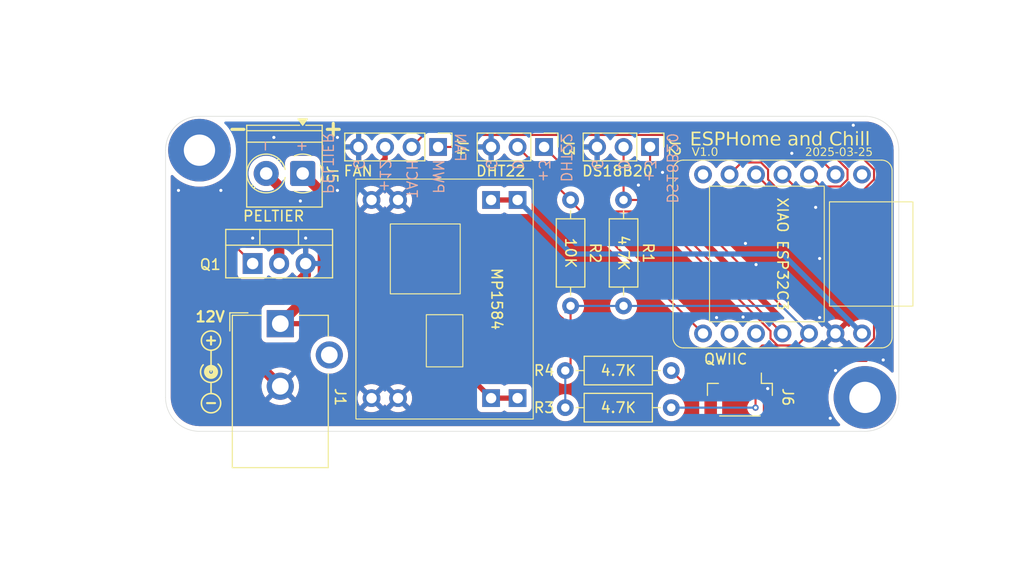
<source format=kicad_pcb>
(kicad_pcb (version 20241229) (generator "pcbnew") (generator_version "9.0")
  (layers (0 "F.Cu" signal) (2 "B.Cu" signal) (13 "F.Paste" user) (15 "B.Paste" user) (5 "F.SilkS" user "F.Silkscreen") (7 "B.SilkS" user "B.Silkscreen") (1 "F.Mask" user) (3 "B.Mask" user) (25 "Edge.Cuts" user))
  (net 0 "")
  (net 1 "GND")
  (net 2 "+12V")
  (net 3 "+3.3V")
  (net 4 "GPIO10{slash}COLD_TEMP")
  (net 5 "GPIO20{slash}HUM")
  (net 6 "GPIO4{slash}FAN_TACH")
  (net 7 "GPIO3{slash}FAN_PWM")
  (net 8 "Peltier")
  (net 9 "GPIO6{slash}SDA")
  (net 10 "GPIO7{slash}SCL")
  (net 11 "GPIO5{slash}PELT")
  (net 16 "+5V")
  (footprint "Resistor_THT:R_Axial_DIN0207_L6.3mm_D2.5mm_P10.16mm_Horizontal" (layer "F.Cu") (at 151.672 86.276)
    (property "Reference" "R4" (at -2.032 0 0) (layer "F.SilkS"))
    (property "Value" "4.7K" (at 5.08 0 0) (layer "F.SilkS"))
    (fp_line (start 1.04 0) (end 1.81 0) (stroke (width 0.12)) (layer "F.SilkS"))
    (fp_line (start 1.81 -1.37) (end 1.81 1.37) (stroke (width 0.12)) (layer "F.SilkS"))
    (fp_line (start 1.81 1.37) (end 8.35 1.37) (stroke (width 0.12)) (layer "F.SilkS"))
    (fp_line (start 8.35 -1.37) (end 1.81 -1.37) (stroke (width 0.12)) (layer "F.SilkS"))
    (fp_line (start 8.35 1.37) (end 8.35 -1.37) (stroke (width 0.12)) (layer "F.SilkS"))
    (fp_line (start 9.12 0) (end 8.35 0) (stroke (width 0.12)) (layer "F.SilkS"))
    (pad "1" thru_hole circle (at 0 0) (size 1.6 1.6) (drill 0.8) (layers "*.Cu" "*.Mask") (net 3 "+3.3V"))
    (pad "2" thru_hole oval (at 10.16 0) (size 1.6 1.6) (drill 0.8) (layers "*.Cu" "*.Mask") (net 9 "GPIO6{slash}SDA"))
  )
  (footprint "Connector_PinHeader_2.54mm:PinHeader_1x03_P2.54mm_Vertical" (layer "F.Cu") (at 159.8 64.84 -90)
    (property "Reference" "J2" (at 0 -2.33 270) (layer "F.SilkS"))
    (property "Value" "2.54mm Header")
    (fp_line (start -1.33 6.41) (end 1.33 6.41) (stroke (width 0.12)) (layer "F.SilkS"))
    (fp_line (start -1.33 1.27) (end -1.33 6.41) (stroke (width 0.12)) (layer "F.SilkS"))
    (fp_line (start -1.33 1.27) (end 1.33 1.27) (stroke (width 0.12)) (layer "F.SilkS"))
    (fp_line (start 1.33 1.27) (end 1.33 6.41) (stroke (width 0.12)) (layer "F.SilkS"))
    (fp_line (start -1.33 0) (end -1.33 -1.33) (stroke (width 0.12)) (layer "F.SilkS"))
    (fp_line (start -1.33 -1.33) (end 0 -1.33) (stroke (width 0.12)) (layer "F.SilkS"))
    (pad "1" thru_hole rect (at 0 0 270) (size 1.7 1.7) (drill 1) (layers "*.Cu" "*.Mask") (net 3 "+3.3V"))
    (pad "2" thru_hole oval (at 0 2.54 270) (size 1.7 1.7) (drill 1) (layers "*.Cu" "*.Mask") (net 4 "GPIO10{slash}COLD_TEMP"))
    (pad "3" thru_hole oval (at 0 5.08 270) (size 1.7 1.7) (drill 1) (layers "*.Cu" "*.Mask") (net 1 "GND"))
  )
  (footprint "Connector_PinHeader_2.54mm:PinHeader_1x04_P2.54mm_Vertical" (layer "F.Cu") (at 139.48 64.84 -90)
    (property "Reference" "J4" (at 0 -2.33 270) (layer "F.SilkS"))
    (property "Value" "2.54mm Header")
    (fp_line (start -1.33 8.95) (end 1.33 8.95) (stroke (width 0.12)) (layer "F.SilkS"))
    (fp_line (start -1.33 1.27) (end -1.33 8.95) (stroke (width 0.12)) (layer "F.SilkS"))
    (fp_line (start -1.33 1.27) (end 1.33 1.27) (stroke (width 0.12)) (layer "F.SilkS"))
    (fp_line (start 1.33 1.27) (end 1.33 8.95) (stroke (width 0.12)) (layer "F.SilkS"))
    (fp_line (start -1.33 0) (end -1.33 -1.33) (stroke (width 0.12)) (layer "F.SilkS"))
    (fp_line (start -1.33 -1.33) (end 0 -1.33) (stroke (width 0.12)) (layer "F.SilkS"))
    (pad "1" thru_hole rect (at 0 0 270) (size 1.7 1.7) (drill 1) (layers "*.Cu" "*.Mask") (net 7 "GPIO3{slash}FAN_PWM"))
    (pad "2" thru_hole oval (at 0 2.54 270) (size 1.7 1.7) (drill 1) (layers "*.Cu" "*.Mask") (net 6 "GPIO4{slash}FAN_TACH"))
    (pad "3" thru_hole oval (at 0 5.08 270) (size 1.7 1.7) (drill 1) (layers "*.Cu" "*.Mask") (net 2 "+12V"))
    (pad "4" thru_hole oval (at 0 7.62 270) (size 1.7 1.7) (drill 1) (layers "*.Cu" "*.Mask") (net 1 "GND"))
  )
  (footprint "Connector_BarrelJack:BarrelJack_CUI_PJ-102AH_Horizontal" (layer "F.Cu") (at 124.35 81.78)
    (property "Reference" "J1" (at 5.75 7.036 270) (layer "F.SilkS"))
    (property "Value" "Barrel_Jack")
    (fp_line (start -4.84 -1.04) (end -3.1 -1.04) (stroke (width 0.12)) (layer "F.SilkS"))
    (fp_line (start -4.84 0.7) (end -4.84 -1.04) (stroke (width 0.12)) (layer "F.SilkS"))
    (fp_line (start -4.6 -0.8) (end -1.8 -0.8) (stroke (width 0.12)) (layer "F.SilkS"))
    (fp_line (start -4.6 13.8) (end -4.6 -0.8) (stroke (width 0.12)) (layer "F.SilkS"))
    (fp_line (start 1.8 -0.8) (end 4.6 -0.8) (stroke (width 0.12)) (layer "F.SilkS"))
    (fp_line (start 4.6 -0.8) (end 4.6 1.2) (stroke (width 0.12)) (layer "F.SilkS"))
    (fp_line (start 4.6 4.8) (end 4.6 13.8) (stroke (width 0.12)) (layer "F.SilkS"))
    (fp_line (start 4.6 13.8) (end -4.6 13.8) (stroke (width 0.12)) (layer "F.SilkS"))
    (pad "1" thru_hole rect (at 0 0) (size 2.6 2.6) (drill 1.6) (layers "*.Cu" "*.Mask") (net 2 "+12V"))
    (pad "2" thru_hole circle (at 0 6) (size 2.6 2.6) (drill 1.6) (layers "*.Cu" "*.Mask") (net 1 "GND"))
    (pad "3" thru_hole circle (at 4.7 3) (size 2.6 2.6) (drill 1.6) (layers "*.Cu" "*.Mask"))
  )
  (footprint "MountingHole:MountingHole_3mm_Pad_TopBottom" (layer "F.Cu") (at 180.4 88.85)
    (property "Reference" "REF**" (hide yes))
    (property "Value" "MountingHole_3mm_Pad_TopBottom")
    (pad "1" thru_hole circle (at 0 0) (size 3.4 3.4) (drill 3) (layers "*.Cu" "*.Mask"))
    (pad "1" connect circle (at 0 0) (size 6 6) (layers "F.Cu" "F.Mask"))
    (pad "1" connect circle (at 0 0) (size 6 6) (layers "B.Cu" "B.Mask"))
  )
  (footprint "Resistor_THT:R_Axial_DIN0207_L6.3mm_D2.5mm_P10.16mm_Horizontal" (layer "F.Cu") (at 157.26 80.08 90)
    (property "Reference" "R1" (at 5.08 2.37 270) (layer "F.SilkS"))
    (property "Value" "4.7K" (at 5.08 0 270) (layer "F.SilkS"))
    (fp_line (start 8.35 -1.37) (end 1.81 -1.37) (stroke (width 0.12)) (layer "F.SilkS"))
    (fp_line (start 1.81 -1.37) (end 1.81 1.37) (stroke (width 0.12)) (layer "F.SilkS"))
    (fp_line (start 9.12 0) (end 8.35 0) (stroke (width 0.12)) (layer "F.SilkS"))
    (fp_line (start 1.04 0) (end 1.81 0) (stroke (width 0.12)) (layer "F.SilkS"))
    (fp_line (start 8.35 1.37) (end 8.35 -1.37) (stroke (width 0.12)) (layer "F.SilkS"))
    (fp_line (start 1.81 1.37) (end 8.35 1.37) (stroke (width 0.12)) (layer "F.SilkS"))
    (pad "1" thru_hole circle (at 0 0 90) (size 1.6 1.6) (drill 0.8) (layers "*.Cu" "*.Mask") (net 3 "+3.3V"))
    (pad "2" thru_hole oval (at 10.16 0 90) (size 1.6 1.6) (drill 0.8) (layers "*.Cu" "*.Mask") (net 4 "GPIO10{slash}COLD_TEMP"))
  )
  (footprint "Package_TO_SOT_THT:TO-220-3_Vertical" (layer "F.Cu") (at 121.7 76.016)
    (property "Reference" "Q1" (at -4.064 0.1 0) (layer "F.SilkS"))
    (property "Value" "IRLB8721PBF")
    (fp_line (start -2.58 -3.27) (end -2.58 1.371) (stroke (width 0.12)) (layer "F.SilkS"))
    (fp_line (start -2.58 -3.27) (end 7.66 -3.27) (stroke (width 0.12)) (layer "F.SilkS"))
    (fp_line (start -2.58 -1.76) (end 7.66 -1.76) (stroke (width 0.12)) (layer "F.SilkS"))
    (fp_line (start -2.58 1.371) (end 7.66 1.371) (stroke (width 0.12)) (layer "F.SilkS"))
    (fp_line (start 0.69 -3.27) (end 0.69 -1.76) (stroke (width 0.12)) (layer "F.SilkS"))
    (fp_line (start 4.391 -3.27) (end 4.391 -1.76) (stroke (width 0.12)) (layer "F.SilkS"))
    (fp_line (start 7.66 -3.27) (end 7.66 1.371) (stroke (width 0.12)) (layer "F.SilkS"))
    (pad "1" thru_hole rect (at 0 0) (size 1.905 2) (drill 1.1) (layers "*.Cu" "*.Mask") (net 11 "GPIO5{slash}PELT"))
    (pad "2" thru_hole oval (at 2.54 0) (size 1.905 2) (drill 1.1) (layers "*.Cu" "*.Mask") (net 8 "Peltier"))
    (pad "3" thru_hole oval (at 5.08 0) (size 1.905 2) (drill 1.1) (layers "*.Cu" "*.Mask") (net 1 "GND"))
  )
  (footprint "Resistor_THT:R_Axial_DIN0207_L6.3mm_D2.5mm_P10.16mm_Horizontal" (layer "F.Cu") (at 151.672 89.832)
    (property "Reference" "R3" (at -2.032 0 0) (layer "F.SilkS"))
    (property "Value" "4.7K" (at 5.08 0 0) (layer "F.SilkS"))
    (fp_line (start 1.04 0) (end 1.81 0) (stroke (width 0.12)) (layer "F.SilkS"))
    (fp_line (start 1.81 -1.37) (end 1.81 1.37) (stroke (width 0.12)) (layer "F.SilkS"))
    (fp_line (start 1.81 1.37) (end 8.35 1.37) (stroke (width 0.12)) (layer "F.SilkS"))
    (fp_line (start 8.35 -1.37) (end 1.81 -1.37) (stroke (width 0.12)) (layer "F.SilkS"))
    (fp_line (start 8.35 1.37) (end 8.35 -1.37) (stroke (width 0.12)) (layer "F.SilkS"))
    (fp_line (start 9.12 0) (end 8.35 0) (stroke (width 0.12)) (layer "F.SilkS"))
    (pad "1" thru_hole circle (at 0 0) (size 1.6 1.6) (drill 0.8) (layers "*.Cu" "*.Mask") (net 3 "+3.3V"))
    (pad "2" thru_hole oval (at 10.16 0) (size 1.6 1.6) (drill 0.8) (layers "*.Cu" "*.Mask") (net 10 "GPIO7{slash}SCL"))
  )
  (footprint "Symbol:Symbol_Barrel_Polarity" (layer "F.Cu") (at 117.636 86.403 90)
    (property "Reference" "REF**" (hide yes))
    (property "Value" "Symbol_Barrel_Polarity")
    (fp_line (start 0 0.075) (end 2 0.075) (stroke (width 0.15)) (layer "F.SilkS"))
    (fp_line (start -2 0.075) (end -1.1 0.075) (stroke (width 0.15)) (layer "F.SilkS"))
    (fp_arc (start 0.75 0.75) (mid -1.007627 0.128033) (end 0.675 -0.675) (stroke (width 0.15)) (layer "F.SilkS"))
    (fp_circle (center 3 0.075) (end 3 1) (stroke (width 0.15)) (fill no) (layer "F.SilkS"))
    (fp_circle (center 0 0.075) (end 0 0.25) (stroke (width 0.5)) (fill no) (layer "F.SilkS"))
    (fp_circle (center -3 0.075) (end -3 1) (stroke (width 0.15)) (fill no) (layer "F.SilkS"))
  )
  (footprint "Library:XIAO_on_Sockets" (layer "F.Cu") (at 172.5 75.1 180)
    (property "Reference" "U1")
    (property "Value" "XIAO ESP32C3" (at 0 0 270) (layer "F.SilkS"))
    (fp_line (start 10.5 -8) (end 10.5 8) (stroke (width 0.1)) (layer "F.SilkS"))
    (fp_line (start 9.5 9) (end -9.500001 9) (stroke (width 0.1)) (layer "F.SilkS"))
    (fp_line (start 9.5 -9) (end -9.5 -9) (stroke (width 0.1)) (layer "F.SilkS"))
    (fp_line (start -10.5 -8) (end -10.5 8) (stroke (width 0.1)) (layer "F.SilkS"))
    (fp_rect (start -4 -6.5) (end 7 6.5) (stroke (width 0.1)) (fill no) (layer "F.SilkS"))
    (fp_rect (start -12.5 -5) (end -4.5 5) (stroke (width 0.1)) (fill no) (layer "F.SilkS"))
    (fp_arc (start 10.5 8) (mid 10.207107 8.707107) (end 9.5 9) (stroke (width 0.1)) (layer "F.SilkS"))
    (fp_arc (start 9.5 -9) (mid 10.207107 -8.707107) (end 10.5 -8) (stroke (width 0.1)) (layer "F.SilkS"))
    (fp_arc (start -9.5 9) (mid -10.207107 8.707107) (end -10.5 8) (stroke (width 0.1)) (layer "F.SilkS"))
    (fp_arc (start -10.5 -8) (mid -10.207107 -8.707107) (end -9.5 -9) (stroke (width 0.1)) (layer "F.SilkS"))
    (pad "1" thru_hole circle (at -7.62 7.62 180) (size 1.7 1.7) (drill 1) (layers "*.Cu" "*.Mask"))
    (pad "2" thru_hole circle (at -5.08 7.62 180) (size 1.7 1.7) (drill 1) (layers "*.Cu" "*.Mask") (net 7 "GPIO3{slash}FAN_PWM"))
    (pad "3" thru_hole circle (at -2.54 7.62 180) (size 1.7 1.7) (drill 1) (layers "*.Cu" "*.Mask") (net 6 "GPIO4{slash}FAN_TACH"))
    (pad "4" thru_hole circle (at 0 7.62 180) (size 1.7 1.7) (drill 1) (layers "*.Cu" "*.Mask") (net 11 "GPIO5{slash}PELT"))
    (pad "5" thru_hole circle (at 2.54 7.62 180) (size 1.7 1.7) (drill 1) (layers "*.Cu" "*.Mask") (net 9 "GPIO6{slash}SDA"))
    (pad "6" thru_hole circle (at 5.08 7.62 180) (size 1.7 1.7) (drill 1) (layers "*.Cu" "*.Mask") (net 10 "GPIO7{slash}SCL"))
    (pad "7" thru_hole circle (at 7.62 7.62 180) (size 1.7 1.7) (drill 1) (layers "*.Cu" "*.Mask"))
    (pad "8" thru_hole circle (at 7.62 -7.62 180) (size 1.7 1.7) (drill 1) (layers "*.Cu" "*.Mask") (net 5 "GPIO20{slash}HUM"))
    (pad "9" thru_hole circle (at 5.08 -7.62 180) (size 1.7 1.7) (drill 1) (layers "*.Cu" "*.Mask"))
    (pad "10" thru_hole circle (at 2.54 -7.62 180) (size 1.7 1.7) (drill 1) (layers "*.Cu" "*.Mask"))
    (pad "11" thru_hole circle (at 0 -7.62 180) (size 1.7 1.7) (drill 1) (layers "*.Cu" "*.Mask") (net 4 "GPIO10{slash}COLD_TEMP"))
    (pad "12" thru_hole circle (at -2.54 -7.62 180) (size 1.7 1.7) (drill 1) (layers "*.Cu" "*.Mask") (net 3 "+3.3V"))
    (pad "13" thru_hole circle (at -5.08 -7.62 180) (size 1.7 1.7) (drill 1) (layers "*.Cu" "*.Mask") (net 1 "GND"))
    (pad "14" thru_hole circle (at -7.62 -7.62 180) (size 1.7 1.7) (drill 1) (layers "*.Cu" "*.Mask") (net 16 "+5V"))
  )
  (footprint "MountingHole:MountingHole_3mm_Pad_TopBottom" (layer "F.Cu") (at 116.6 65.15)
    (property "Reference" "REF**" (hide yes))
    (property "Value" "MountingHole_3mm_Pad_TopBottom")
    (pad "1" thru_hole circle (at 0 0) (size 3.4 3.4) (drill 3) (layers "*.Cu" "*.Mask"))
    (pad "1" connect circle (at 0 0) (size 6 6) (layers "F.Cu" "F.Mask"))
    (pad "1" connect circle (at 0 0) (size 6 6) (layers "B.Cu" "B.Mask"))
  )
  (footprint "Library:MP1584_PCB" (layer "F.Cu") (at 140.1 79.42 -90)
    (property "Reference" "U2")
    (property "Value" "MP1584" (at 0 -5 270) (layer "F.SilkS"))
    (fp_rect (start -0.5 -1.5) (end -7.2 5.2) (stroke (width 0.1)) (fill no) (layer "F.SilkS"))
    (fp_rect (start 1.5 -1.75) (end 6.5 1.75) (stroke (width 0.1)) (fill no) (layer "F.SilkS"))
    (fp_rect (start -11.5 -8.5) (end 11.5 8.5) (stroke (width 0.1)) (fill no) (layer "F.SilkS"))
    (pad "1" thru_hole rect (at 9.5 -7 270) (size 1.7 1.7) (drill 1) (layers "*.Cu" "*.Mask") (net 2 "+12V"))
    (pad "2" thru_hole rect (at 9.5 -4.46 270) (size 1.7 1.7) (drill 1) (layers "*.Cu" "*.Mask") (net 2 "+12V"))
    (pad "3" thru_hole circle (at 9.5 4.46 270) (size 1.7 1.7) (drill 1) (layers "*.Cu" "*.Mask") (net 1 "GND"))
    (pad "4" thru_hole circle (at 9.5 7 270) (size 1.7 1.7) (drill 1) (layers "*.Cu" "*.Mask") (net 1 "GND"))
    (pad "5" thru_hole circle (at -9.5 7 270) (size 1.7 1.7) (drill 1) (layers "*.Cu" "*.Mask") (net 1 "GND"))
    (pad "6" thru_hole circle (at -9.5 4.46 270) (size 1.7 1.7) (drill 1) (layers "*.Cu" "*.Mask") (net 1 "GND"))
    (pad "7" thru_hole rect (at -9.5 -4.46 270) (size 1.7 1.7) (drill 1) (layers "*.Cu" "*.Mask") (net 16 "+5V"))
    (pad "8" thru_hole rect (at -9.5 -7 270) (size 1.7 1.7) (drill 1) (layers "*.Cu" "*.Mask") (net 16 "+5V"))
  )
  (footprint "Resistor_THT:R_Axial_DIN0207_L6.3mm_D2.5mm_P10.16mm_Horizontal" (layer "F.Cu") (at 152.18 80.08 90)
    (property "Reference" "R2" (at 5.08 2.37 270) (layer "F.SilkS"))
    (property "Value" "10K" (at 5.08 0 270) (layer "F.SilkS"))
    (fp_line (start 8.35 -1.37) (end 1.81 -1.37) (stroke (width 0.12)) (layer "F.SilkS"))
    (fp_line (start 1.81 -1.37) (end 1.81 1.37) (stroke (width 0.12)) (layer "F.SilkS"))
    (fp_line (start 9.12 0) (end 8.35 0) (stroke (width 0.12)) (layer "F.SilkS"))
    (fp_line (start 1.04 0) (end 1.81 0) (stroke (width 0.12)) (layer "F.SilkS"))
    (fp_line (start 8.35 1.37) (end 8.35 -1.37) (stroke (width 0.12)) (layer "F.SilkS"))
    (fp_line (start 1.81 1.37) (end 8.35 1.37) (stroke (width 0.12)) (layer "F.SilkS"))
    (pad "1" thru_hole circle (at 0 0 90) (size 1.6 1.6) (drill 0.8) (layers "*.Cu" "*.Mask") (net 3 "+3.3V"))
    (pad "2" thru_hole oval (at 10.16 0 90) (size 1.6 1.6) (drill 0.8) (layers "*.Cu" "*.Mask") (net 5 "GPIO20{slash}HUM"))
  )
  (footprint "Connector_PinHeader_2.54mm:PinHeader_1x03_P2.54mm_Vertical" (layer "F.Cu") (at 149.64 64.84 -90)
    (property "Reference" "J3" (at 0 -2.33 270) (layer "F.SilkS"))
    (property "Value" "2.54mm Header")
    (fp_line (start -1.33 6.41) (end 1.33 6.41) (stroke (width 0.12)) (layer "F.SilkS"))
    (fp_line (start -1.33 1.27) (end -1.33 6.41) (stroke (width 0.12)) (layer "F.SilkS"))
    (fp_line (start -1.33 1.27) (end 1.33 1.27) (stroke (width 0.12)) (layer "F.SilkS"))
    (fp_line (start 1.33 1.27) (end 1.33 6.41) (stroke (width 0.12)) (layer "F.SilkS"))
    (fp_line (start -1.33 0) (end -1.33 -1.33) (stroke (width 0.12)) (layer "F.SilkS"))
    (fp_line (start -1.33 -1.33) (end 0 -1.33) (stroke (width 0.12)) (layer "F.SilkS"))
    (pad "1" thru_hole rect (at 0 0 270) (size 1.7 1.7) (drill 1) (layers "*.Cu" "*.Mask") (net 3 "+3.3V"))
    (pad "2" thru_hole oval (at 0 2.54 270) (size 1.7 1.7) (drill 1) (layers "*.Cu" "*.Mask") (net 5 "GPIO20{slash}HUM"))
    (pad "3" thru_hole oval (at 0 5.08 270) (size 1.7 1.7) (drill 1) (layers "*.Cu" "*.Mask") (net 1 "GND"))
  )
  (footprint "Connector_JST:JST_SH_BM04B-SRSS-TB_1x04-1MP_P1.00mm_Vertical" (layer "F.Cu") (at 168.412 88.617 180)
    (property "Reference" "J6" (at -4.596 -0.199 270) (layer "F.SilkS"))
    (property "Value" "QWIIC")
    (fp_line (start 3.11 1.11) (end 2.06 1.11) (stroke (width 0.12)) (layer "F.SilkS"))
    (fp_line (start 3.11 -0.04) (end 3.11 1.11) (stroke (width 0.12)) (layer "F.SilkS"))
    (fp_line (start -1.94 -2.01) (end 1.94 -2.01) (stroke (width 0.12)) (layer "F.SilkS"))
    (fp_line (start -2.06 1.11) (end -2.06 2.1) (stroke (width 0.12)) (layer "F.SilkS"))
    (fp_line (start -3.11 1.11) (end -2.06 1.11) (stroke (width 0.12)) (layer "F.SilkS"))
    (fp_line (start -3.11 -0.04) (end -3.11 1.11) (stroke (width 0.12)) (layer "F.SilkS"))
    (pad "1" smd roundrect (at -1.5 1.325 180) (size 0.6 1.55) (layers "F.Cu" "F.Mask" "F.Paste") (net 10 "GPIO7{slash}SCL"))
    (pad "2" smd roundrect (at -0.5 1.325 180) (size 0.6 1.55) (layers "F.Cu" "F.Mask" "F.Paste") (net 9 "GPIO6{slash}SDA"))
    (pad "3" smd roundrect (at 0.5 1.325 180) (size 0.6 1.55) (layers "F.Cu" "F.Mask" "F.Paste") (net 3 "+3.3V"))
    (pad "4" smd roundrect (at 1.5 1.325 180) (size 0.6 1.55) (layers "F.Cu" "F.Mask" "F.Paste") (net 1 "GND"))
    (pad "MP" smd roundrect (at -2.8 -1.2 180) (size 1.2 1.8) (layers "F.Cu" "F.Mask" "F.Paste") (roundrect_rratio 0.208333))
    (pad "MP" smd roundrect (at 2.8 -1.2 180) (size 1.2 1.8) (layers "F.Cu" "F.Mask" "F.Paste") (roundrect_rratio 0.208333))
  )
  (footprint "TerminalBlock_Phoenix:TerminalBlock_Phoenix_PT-1,5-2-3.5-H_1x02_P3.50mm_Horizontal" (layer "F.Cu") (at 126.498 67.38 180)
    (property "Reference" "J5" (at -2.822 -0.1 270) (layer "F.SilkS"))
    (property "Value" "Screw Term")
    (fp_line (start 5.37 -3.22) (end 5.37 4.62) (stroke (width 0.12)) (layer "F.SilkS"))
    (fp_line (start 4.911 -1.184) (end 4.796 -1.069) (stroke (width 0.12)) (layer "F.SilkS"))
    (fp_line (start 4.684 -1.411) (end 4.569 -1.296) (stroke (width 0.12)) (layer "F.SilkS"))
    (fp_line (start 2.431 1.296) (end 2.316 1.41) (stroke (width 0.12)) (layer "F.SilkS"))
    (fp_line (start 2.204 1.069) (end 2.089 1.183) (stroke (width 0.12)) (layer "F.SilkS"))
    (fp_line (start 0.3 4.62) (end 5.37 4.62) (stroke (width 0.12)) (layer "F.SilkS"))
    (fp_line (start -1.87 4.62) (end -0.3 4.62) (stroke (width 0.12)) (layer "F.SilkS"))
    (fp_line (start -1.87 4.1) (end 5.37 4.1) (stroke (width 0.12)) (layer "F.SilkS"))
    (fp_line (start -1.87 3) (end 5.37 3) (stroke (width 0.12)) (layer "F.SilkS"))
    (fp_line (start -1.87 -3.22) (end 5.37 -3.22) (stroke (width 0.12)) (layer "F.SilkS"))
    (fp_line (start -1.87 -3.22) (end -1.87 4.62) (stroke (width 0.12)) (layer "F.SilkS"))
    (fp_arc (start 1.68 -0.384) (mid 5.360069 0.000326) (end 1.679865 0.383361) (stroke (width 0.12)) (layer "F.SilkS"))
    (fp_arc (start 0.798 1.68) (mid -0.000224 1.859894) (end -0.798405 1.679808) (stroke (width 0.12)) (layer "F.SilkS"))
    (fp_arc (start -0.798 -1.68) (mid 0.000224 -1.859894) (end 0.798405 -1.679808) (stroke (width 0.12)) (layer "F.SilkS"))
    (fp_arc (start -1.68 0.798) (mid -1.859894 -0.000224) (end -1.679808 -0.798405) (stroke (width 0.12)) (layer "F.SilkS"))
    (fp_poly (pts (xy 0 4.62) (xy 0.44 5.23) (xy -0.44 5.23) (xy 0 4.62)) (stroke (width 0.12)) (fill yes) (layer "F.SilkS"))
    (pad "1" thru_hole roundrect (at 0 0 180) (size 2.4 2.4) (drill 1.2) (layers "*.Cu" "*.Mask") (roundrect_rratio 0.104167) (net 2 "+12V"))
    (pad "2" thru_hole circle (at 3.5 0 180) (size 2.4 2.4) (drill 1.2) (layers "*.Cu" "*.Mask") (net 8 "Peltier"))
  )
  (gr_arc (start 116.6 92.1) (mid 114.301903 91.148097) (end 113.35 88.85) (stroke (width 0.05)) (layer "Edge.Cuts"))
  (gr_line (start 113.35 88.85) (end 113.35 65.15) (stroke (width 0.05)) (layer "Edge.Cuts"))
  (gr_arc (start 180.4 61.9) (mid 182.698097 62.851903) (end 183.65 65.15) (stroke (width 0.05)) (layer "Edge.Cuts"))
  (gr_line (start 116.6 61.9) (end 180.4 61.9) (stroke (width 0.05)) (layer "Edge.Cuts"))
  (gr_arc (start 113.35 65.15) (mid 114.301903 62.851903) (end 116.6 61.9) (stroke (width 0.05)) (layer "Edge.Cuts"))
  (gr_arc (start 183.65 88.85) (mid 182.698097 91.148097) (end 180.4 92.1) (stroke (width 0.05)) (layer "Edge.Cuts"))
  (gr_line (start 180.4 92.1) (end 116.6 92.1) (stroke (width 0.05)) (layer "Edge.Cuts"))
  (gr_line (start 183.65 65.15) (end 183.65 88.85) (stroke (width 0.05)) (layer "Edge.Cuts"))
  (gr_text "ESPHome and Chill" (at 163.61 64.9146 0) (layer "F.SilkS") (effects (font (size 1.3 1.3) (thickness 0.1)) (justify left bottom)))
  (gr_text "DHT22" (at 143.036 67.734 0) (layer "F.SilkS") (effects (font (size 1 1)) (justify left bottom)))
  (gr_text "-" (at 119.16 63.924 0) (layer "F.SilkS") (effects (font (size 1.5 1.5) (thickness 0.3) (bold yes)) (justify left bottom)))
  (gr_text "FAN" (at 130.336 67.734 0) (layer "F.SilkS") (effects (font (size 1 1)) (justify left bottom)))
  (gr_text "V1.0" (at 163.7878 65.829 0) (layer "F.SilkS") (effects (font (size 0.8 0.8) (thickness 0.09375)) (justify left bottom)))
  (gr_text "QWIIC" (at 164.88 85.768 0) (layer "F.SilkS") (effects (font (size 1 1)) (justify left bottom)))
  (gr_text "2025-03-25" (at 181.1614 65.839 0) (layer "F.SilkS") (effects (font (size 0.8 0.8) (thickness 0.1125)) (justify right bottom)))
  (gr_text "12V" (at 116.112 81.704 0) (layer "F.SilkS") (effects (font (size 1 1) (thickness 0.2) (bold yes)) (justify left bottom)))
  (gr_text "+" (at 117.7122 83.3296 0) (layer "F.SilkS") (effects (font (size 1 1) (thickness 0.2) (bold yes))))
  (gr_text "PELTIER" (at 120.684 72.052 0) (layer "F.SilkS") (effects (font (size 1 1)) (justify left bottom)))
  (gr_text "DS18B20" (at 153.196 67.734 0) (layer "F.SilkS") (effects (font (size 1 1)) (justify left bottom)))
  (gr_text "-" (at 117.7122 89.324 0) (layer "F.SilkS") (effects (font (size 1 1) (thickness 0.2) (bold yes))))
  (gr_text "+" (at 128.304 63.924 0) (layer "F.SilkS") (effects (font (size 1.5 1.5) (thickness 0.3) (bold yes)) (justify left bottom)))
  (gr_text "PWM" (at 139.48 65.956 270) (layer "B.SilkS") (effects (font (size 1 1) (thickness 0.125)) (justify right mirror)))
  (gr_text "FAN" (at 141.004 63.416 270) (layer "B.SilkS") (effects (font (size 1 1) (thickness 0.125)) (justify right bottom mirror)))
  (gr_text "G" (at 131.86 65.956 270) (layer "B.SilkS") (effects (font (size 1 1) (thickness 0.125)) (justify right mirror)))
  (gr_text "+3" (at 159.8 65.956 270) (layer "B.SilkS") (effects (font (size 1 1) (thickness 0.125)) (justify right mirror)))
  (gr_text "G" (at 144.56 65.956 270) (layer "B.SilkS") (effects (font (size 1 1) (thickness 0.125)) (justify right mirror)))
  (gr_text "D" (at 157.26 65.956 270) (layer "B.SilkS") (effects (font (size 1 1) (thickness 0.125)) (justify right mirror)))
  (gr_text "DS18B20" (at 161.324 63.416 270) (layer "B.SilkS") (effects (font (size 1 1) (thickness 0.125)) (justify right bottom mirror)))
  (gr_text "-" (at 122.998 65.448 270) (layer "B.SilkS") (effects (font (size 1 1) (thickness 0.125)) (justify left mirror)))
  (gr_text "DHT22" (at 151.164 63.416 270) (layer "B.SilkS") (effects (font (size 1 1) (thickness 0.125)) (justify right bottom mirror)))
  (gr_text "+" (at 126.498 65.448 270) (layer "B.SilkS") (effects (font (size 1 1) (thickness 0.125)) (justify left mirror)))
  (gr_text "+3" (at 149.64 65.956 270) (layer "B.SilkS") (effects (font (size 1 1) (thickness 0.125)) (justify right mirror)))
  (gr_text "D" (at 147.1 65.956 270) (layer "B.SilkS") (effects (font (size 1 1) (thickness 0.125)) (justify right mirror)))
  (gr_text "PELTIER" (at 128.304 63.416 270) (layer "B.SilkS") (effects (font (size 1 1) (thickness 0.125)) (justify right bottom mirror)))
  (gr_text "TACH" (at 136.94 65.956 270) (layer "B.SilkS") (effects (font (size 1 1) (thickness 0.125)) (justify right mirror)))
  (gr_text "+12" (at 134.4 65.956 270) (layer "B.SilkS") (effects (font (size 1 1) (thickness 0.125)) (justify right mirror)))
  (gr_text "G" (at 154.72 65.956 270) (layer "B.SilkS") (effects (font (size 1 1) (thickness 0.125)) (justify right mirror)))
  (segment (start 121.7 78.656) (end 121.7 85.13) (width 1) (layer "F.Cu") (net 1))
  (segment (start 126.78 76.016) (end 126.78 77.132) (width 1) (layer "F.Cu") (net 1))
  (segment (start 125.256 78.656) (end 121.7 78.656) (width 1) (layer "F.Cu") (net 1))
  (segment (start 126.78 77.132) (end 125.256 78.656) (width 1) (layer "F.Cu") (net 1))
  (segment (start 121.7 85.13) (end 124.35 87.78) (width 1) (layer "F.Cu") (net 1))
  (via (at 114.588 69.004) (size 0.6) (drill 0.3) (layers "F.Cu" "B.Cu") (net 1))
  (via (at 118.652 69.004) (size 0.6) (drill 0.3) (layers "F.Cu" "B.Cu") (net 1))
  (via (at 173.389 65.448) (size 0.6) (drill 0.3) (layers "F.Cu" "B.Cu") (net 1))
  (via (at 158.6824 68.496) (size 0.6) (drill 0.3) (layers "F.Cu" "B.Cu") (net 1))
  (via (at 166.1754 81.196) (size 0.6) (drill 0.3) (layers "F.Cu" "B.Cu") (net 1))
  (via (at 182.152 85.26) (size 0.6) (drill 0.3) (layers "F.Cu" "B.Cu") (net 1))
  (via (at 179.2818 62.7556) (size 0.6) (drill 0.3) (layers "F.Cu" "B.Cu") (net 1))
  (via (at 169.96 76.116) (size 0.6) (drill 0.3) (layers "F.Cu" "B.Cu") (net 1))
  (via (at 176.056 75.5318) (size 0.6) (drill 0.3) (layers "F.Cu" "B.Cu") (net 1))
  (via (at 177.072 90.848) (size 0.6) (drill 0.3) (layers "F.Cu" "B.Cu") (net 1))
  (via (at 176.056 81.196) (size 0.6) (drill 0.3) (layers "F.Cu" "B.Cu") (net 1))
  (via (at 160.9938 67.2768) (size 0.6) (drill 0.3) (layers "F.Cu" "B.Cu") (net 1))
  (via (at 123.732 63.924) (size 0.6) (drill 0.3) (layers "F.Cu" "B.Cu") (net 1))
  (via (at 121.7 73.576) (size 0.6) (drill 0.3) (layers "F.Cu" "B.Cu") (net 1))
  (via (at 168.7154 81.1452) (size 0.6) (drill 0.3) (layers "F.Cu" "B.Cu") (net 1))
  (via (at 171.0776 88.0032) (size 0.6) (drill 0.3) (layers "F.Cu" "B.Cu") (net 1))
  (via (at 126.272 70.02) (size 0.6) (drill 0.3) (layers "F.Cu" "B.Cu") (net 1))
  (via (at 129.828 63.924) (size 0.6) (drill 0.3) (layers "F.Cu" "B.Cu") (net 1))
  (via (at 168.944 74.084) (size 0.6) (drill 0.3) (layers "F.Cu" "B.Cu") (net 1))
  (via (at 126.78 73.576) (size 0.6) (drill 0.3) (layers "F.Cu" "B.Cu") (net 1))
  (via (at 129.828 69.004) (size 0.6) (drill 0.3) (layers "F.Cu" "B.Cu") (net 1))
  (via (at 175.675 70.6296) (size 0.6) (drill 0.3) (layers "F.Cu" "B.Cu") (net 1))
  (via (at 177.58 86.276) (size 0.6) (drill 0.3) (layers "F.Cu" "B.Cu") (net 1))
  (segment (start 137.42 81.78) (end 124.35 81.78) (width 0.5) (layer "F.Cu") (net 2))
  (segment (start 126.498 67.38) (end 128.4335 69.3155) (width 1) (layer "F.Cu") (net 2))
  (segment (start 144.56 88.92) (end 137.42 81.78) (width 0.5) (layer "F.Cu") (net 2))
  (segment (start 128.4335 71.9225) (end 128.4335 77.6965) (width 0.5) (layer "F.Cu") (net 2))
  (segment (start 134.4 65.956) (end 128.4335 71.9225) (width 0.5) (layer "F.Cu") (net 2))
  (segment (start 128.4335 77.6965) (end 124.35 81.78) (width 1) (layer "F.Cu") (net 2))
  (segment (start 134.4 64.84) (end 134.4 65.956) (width 0.5) (layer "F.Cu") (net 2))
  (segment (start 147.1 88.92) (end 144.56 88.92) (width 0.5) (layer "F.Cu") (net 2))
  (segment (start 128.4335 69.3155) (end 128.4335 77.6965) (width 1) (layer "F.Cu") (net 2))
  (segment (start 155.821 71.021) (end 159.88876 71.021) (width 0.2) (layer "F.Cu") (net 3))
  (segment (start 171.349 83.19676) (end 172.02324 83.871) (width 0.2) (layer "F.Cu") (net 3))
  (segment (start 173.889 83.871) (end 175.04 82.72) (width 0.2) (layer "F.Cu") (net 3))
  (segment (start 167.912 87.292) (end 167.912 86.517001) (width 0.2) (layer "F.Cu") (net 3))
  (segment (start 171.349 82.48124) (end 171.349 83.19676) (width 0.2) (layer "F.Cu") (net 3))
  (segment (start 172.02324 83.871) (end 173.889 83.871) (width 0.2) (layer "F.Cu") (net 3))
  (segment (start 167.912 86.517001) (end 170.558001 83.871) (width 0.2) (layer "F.Cu") (net 3))
  (segment (start 159.88876 71.021) (end 171.349 82.48124) (width 0.2) (layer "F.Cu") (net 3))
  (segment (start 152.18 80.08) (end 152.18 85.768) (width 0.2) (layer "F.Cu") (net 3))
  (segment (start 149.64 64.84) (end 155.821 71.021) (width 0.2) (layer "F.Cu") (net 3))
  (segment (start 170.558001 83.871) (end 173.889 83.871) (width 0.2) (layer "F.Cu") (net 3))
  (segment (start 175.04 82.72) (end 159.8 67.48) (width 0.2) (layer "F.Cu") (net 3))
  (segment (start 159.8 67.48) (end 159.8 64.84) (width 0.2) (layer "F.Cu") (net 3))
  (segment (start 152.18 85.768) (end 151.672 86.276) (width 0.2) (layer "F.Cu") (net 3))
  (segment (start 151.672 89.832) (end 151.672 86.276) (width 0.2) (layer "B.Cu") (net 3))
  (segment (start 152.18 80.08) (end 152.18 80.18) (width 0.2) (layer "B.Cu") (net 3))
  (segment (start 172.4 80.08) (end 157.26 80.08) (width 0.2) (layer "B.Cu") (net 3))
  (segment (start 157.26 80.08) (end 152.18 80.08) (width 0.2) (layer "B.Cu") (net 3))
  (segment (start 152.18 80.18) (end 151.672 80.688) (width 0.2) (layer "B.Cu") (net 3))
  (segment (start 175.04 82.72) (end 172.4 80.08) (width 0.2) (layer "B.Cu") (net 3))
  (segment (start 172.5 82.72) (end 159.7 69.92) (width 0.2) (layer "F.Cu") (net 4))
  (segment (start 159.7 69.92) (end 157.26 69.92) (width 0.2) (layer "F.Cu") (net 4))
  (segment (start 157.26 69.92) (end 157.26 64.84) (width 0.2) (layer "F.Cu") (net 4))
  (segment (start 152.18 70.02) (end 152.18 69.92) (width 0.2) (layer "F.Cu") (net 5))
  (segment (start 152.18 69.92) (end 147.1 64.84) (width 0.2) (layer "F.Cu") (net 5))
  (segment (start 164.88 82.72) (end 152.18 70.02) (width 0.2) (layer "F.Cu") (net 5))
  (segment (start 136.94 64.84) (end 138.492 63.288) (width 0.2) (layer "F.Cu") (net 6))
  (segment (start 178.05676 68.631) (end 176.191 68.631) (width 0.2) (layer "F.Cu") (net 6))
  (segment (start 178.731 67.95676) (end 178.05676 68.631) (width 0.2) (layer "F.Cu") (net 6))
  (segment (start 175.01576 63.288) (end 178.731 67.00324) (width 0.2) (layer "F.Cu") (net 6))
  (segment (start 138.492 63.288) (end 175.01576 63.288) (width 0.2) (layer "F.Cu") (net 6))
  (segment (start 176.191 68.631) (end 175.04 67.48) (width 0.2) (layer "F.Cu") (net 6))
  (segment (start 178.731 67.00324) (end 178.731 67.95676) (width 0.2) (layer "F.Cu") (net 6))
  (segment (start 141.891 63.689) (end 140.74 64.84) (width 0.2) (layer "F.Cu") (net 7))
  (segment (start 177.58 67.48) (end 173.789 63.689) (width 0.2) (layer "F.Cu") (net 7))
  (segment (start 140.74 64.84) (end 139.48 64.84) (width 0.2) (layer "F.Cu") (net 7))
  (segment (start 173.789 63.689) (end 141.891 63.689) (width 0.2) (layer "F.Cu") (net 7))
  (segment (start 124.24 68.622) (end 124.24 76.016) (width 1) (layer "F.Cu") (net 8))
  (segment (start 122.998 67.38) (end 124.24 68.622) (width 1) (layer "F.Cu") (net 8))
  (segment (start 161.832 86.276) (end 163.924 88.368) (width 0.2) (layer "F.Cu") (net 9))
  (segment (start 170.677001 84.752) (end 179.71576 84.752) (width 0.2) (layer "F.Cu") (net 9))
  (segment (start 181.271 83.19676) (end 181.271 78.791) (width 0.2) (layer "F.Cu") (net 9))
  (segment (start 163.924 88.368) (end 168.610999 88.368) (width 0.2) (layer "F.Cu") (net 9))
  (segment (start 181.271 78.791) (end 169.96 67.48) (width 0.2) (layer "F.Cu") (net 9))
  (segment (start 168.610999 88.368) (end 168.912 88.066999) (width 0.2) (layer "F.Cu") (net 9))
  (segment (start 179.71576 84.752) (end 181.271 83.19676) (width 0.2) (layer "F.Cu") (net 9))
  (segment (start 168.912 88.066999) (end 168.912 87.292) (width 0.2) (layer "F.Cu") (net 9))
  (segment (start 168.912 86.517001) (end 170.677001 84.752) (width 0.2) (layer "F.Cu") (net 9))
  (segment (start 168.912 87.292) (end 168.912 86.517001) (width 0.2) (layer "F.Cu") (net 9))
  (segment (start 171.111 67.95676) (end 171.111 67.00324) (width 0.2) (layer "F.Cu") (net 10))
  (segment (start 182.152 78.99776) (end 171.111 67.95676) (width 0.2) (layer "F.Cu") (net 10))
  (segment (start 170.43676 66.329) (end 168.571 66.329) (width 0.2) (layer "F.Cu") (net 10))
  (segment (start 180.535 85.353) (end 182.152 83.736) (width 0.2) (layer "F.Cu") (net 10))
  (segment (start 169.912 87.292) (end 169.912 89.832) (width 0.2) (layer "F.Cu") (net 10))
  (segment (start 168.571 66.329) (end 167.42 67.48) (width 0.2) (layer "F.Cu") (net 10))
  (segment (start 171.111 67.00324) (end 170.43676 66.329) (width 0.2) (layer "F.Cu") (net 10))
  (segment (start 171.851 85.353) (end 180.535 85.353) (width 0.2) (layer "F.Cu") (net 10))
  (segment (start 169.912 87.292) (end 171.851 85.353) (width 0.2) (layer "F.Cu") (net 10))
  (segment (start 169.912 87.8) (end 169.96 87.848) (width 0.2) (layer "F.Cu") (net 10))
  (segment (start 182.152 83.736) (end 182.152 78.99776) (width 0.2) (layer "F.Cu") (net 10))
  (via (at 169.912 89.832) (size 0.6) (drill 0.3) (layers "F.Cu" "B.Cu") (net 10))
  (segment (start 169.912 89.832) (end 161.832 89.832) (width 0.2) (layer "B.Cu") (net 10))
  (segment (start 138.6581 62.887) (end 138.3259 62.887) (width 0.2) (layer "F.Cu") (net 11))
  (segment (start 177.89066 69.032) (end 178.22286 69.032) (width 0.2) (layer "F.Cu") (net 11))
  (segment (start 175.18186 62.887) (end 174.84966 62.887) (width 0.2) (layer "F.Cu") (net 11))
  (segment (start 138.3049 62.908) (end 123.224 62.908) (width 0.2) (layer "F.Cu") (net 11))
  (segment (start 174.84966 62.887) (end 138.6581 62.887) (width 0.2) (layer "F.Cu") (net 11))
  (segment (start 178.22286 69.032) (end 180.19576 69.032) (width 0.2) (layer "F.Cu") (net 11))
  (segment (start 120.176 65.956) (end 120.176 74.492) (width 0.2) (layer "F.Cu") (net 11))
  (segment (start 123.224 62.908) (end 120.176 65.956) (width 0.2) (layer "F.Cu") (net 11))
  (segment (start 180.19576 69.032) (end 181.271 67.95676) (width 0.2) (layer "F.Cu") (net 11))
  (segment (start 138.3259 62.887) (end 138.3049 62.908) (width 0.2) (layer "F.Cu") (net 11))
  (segment (start 176.3571 69.032) (end 177.89066 69.032) (width 0.2) (layer "F.Cu") (net 11))
  (segment (start 172.5 67.48) (end 174.052 69.032) (width 0.2) (layer "F.Cu") (net 11))
  (segment (start 181.271 67.00324) (end 177.17576 62.908) (width 0.2) (layer "F.Cu") (net 11))
  (segment (start 175.20286 62.908) (end 175.18186 62.887) (width 0.2) (layer "F.Cu") (net 11))
  (segment (start 176.0249 69.032) (end 176.3571 69.032) (width 0.2) (layer "F.Cu") (net 11))
  (segment (start 174.052 69.032) (end 176.0249 69.032) (width 0.2) (layer "F.Cu") (net 11))
  (segment (start 120.176 74.492) (end 121.7 76.016) (width 0.2) (layer "F.Cu") (net 11))
  (segment (start 177.17576 62.908) (end 175.20286 62.908) (width 0.2) (layer "F.Cu") (net 11))
  (segment (start 181.271 67.95676) (end 181.271 67.00324) (width 0.2) (layer "F.Cu") (net 11))
  (segment (start 144.56 69.92) (end 147.1 69.92) (width 0.5) (layer "F.Cu") (net 16))
  (segment (start 147.1 70.02) (end 147.1 69.92) (width 0.5) (layer "F.Cu") (net 16))
  (segment (start 152.28 75.1) (end 172.5 75.1) (width 0.5) (layer "B.Cu") (net 16))
  (segment (start 147.1 69.92) (end 152.28 75.1) (width 0.5) (layer "B.Cu") (net 16))
  (segment (start 172.5 75.1) (end 180.12 82.72) (width 0.5) (layer "B.Cu") (net 16))
  (zone (net 1) (net_name "GND") (layers "F.Cu" "B.Cu") (connect_pads (clearance 0.5)) (min_thickness 0.25) (fill yes (thermal_gap 0.5) (thermal_bridge_width 0.5))
    (polygon (pts (xy 184.184 61.384) (xy 113.064 61.384) (xy 113.064 92.372) (xy 184.184 92.372)))
  )
)
</source>
